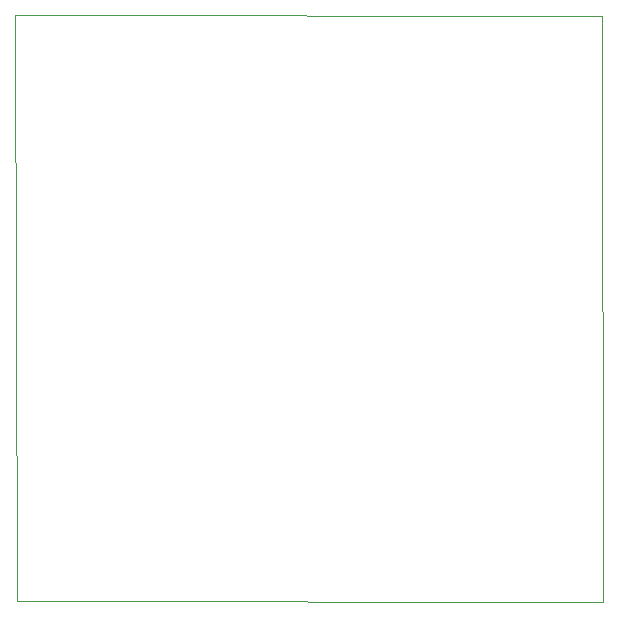
<source format=gbr>
G04 #@! TF.GenerationSoftware,KiCad,Pcbnew,5.1.6-c6e7f7d~87~ubuntu18.04.1*
G04 #@! TF.CreationDate,2020-10-14T05:15:15+05:30*
G04 #@! TF.ProjectId,FrontEnd_4S,46726f6e-7445-46e6-945f-34532e6b6963,rev?*
G04 #@! TF.SameCoordinates,Original*
G04 #@! TF.FileFunction,Other,User*
%FSLAX46Y46*%
G04 Gerber Fmt 4.6, Leading zero omitted, Abs format (unit mm)*
G04 Created by KiCad (PCBNEW 5.1.6-c6e7f7d~87~ubuntu18.04.1) date 2020-10-14 05:15:15*
%MOMM*%
%LPD*%
G01*
G04 APERTURE LIST*
%ADD10C,0.100000*%
G04 APERTURE END LIST*
D10*
X93840300Y-66504820D02*
X93835220Y-66514980D01*
X143479520Y-66542920D02*
X93840300Y-66504820D01*
X143596360Y-116146580D02*
X143479520Y-66542920D01*
X93941900Y-116113560D02*
X143596360Y-116146580D01*
X93830140Y-66504820D02*
X93941900Y-116113560D01*
M02*

</source>
